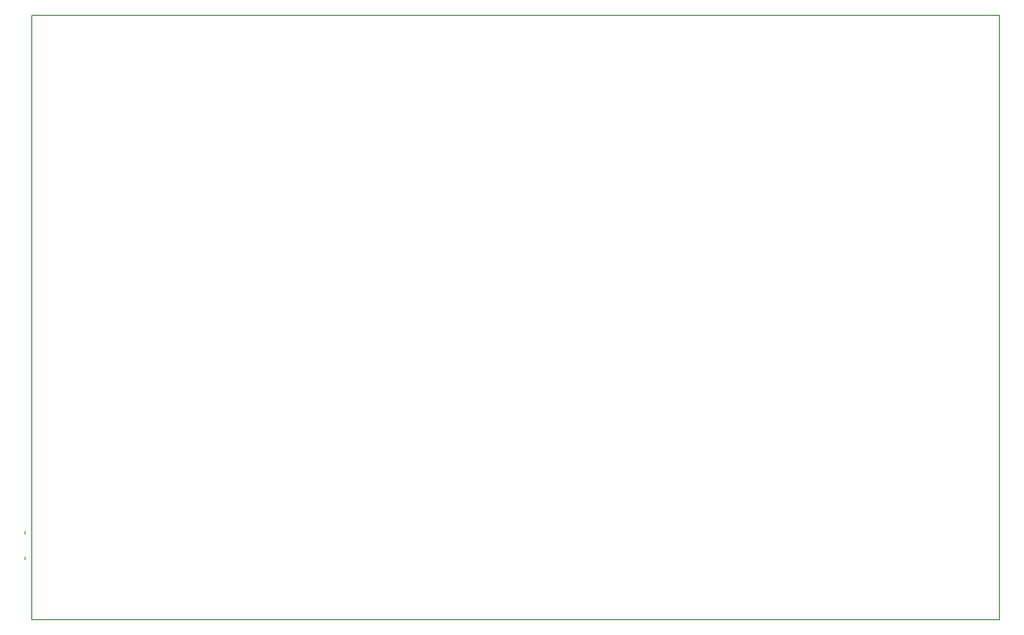
<source format=gm1>
G04*
G04 #@! TF.GenerationSoftware,Altium Limited,Altium Designer,19.0.10 (269)*
G04*
G04 Layer_Color=16711935*
%FSLAX44Y44*%
%MOMM*%
G71*
G01*
G75*
%ADD10C,0.1500*%
D10*
X0Y0D02*
X1600000D01*
Y1000000D01*
X0D02*
X1600000D01*
X0Y0D02*
Y1000000D01*
X-11500Y99900D02*
Y103900D01*
Y141900D02*
Y145900D01*
X0Y0D02*
X1600000D01*
Y1000000D01*
X0D02*
X1600000D01*
X0Y0D02*
Y1000000D01*
X-11500Y99900D02*
Y103900D01*
Y141900D02*
Y145900D01*
M02*

</source>
